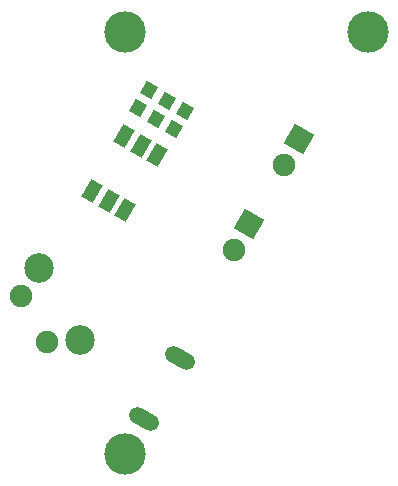
<source format=gbs>
G04*
G04 #@! TF.GenerationSoftware,Altium Limited,Altium Designer,20.2.8 (258)*
G04*
G04 Layer_Color=16711935*
%FSLAX25Y25*%
%MOIN*%
G70*
G04*
G04 #@! TF.SameCoordinates,CDCB3E45-2178-442F-9089-F16855EB5547*
G04*
G04*
G04 #@! TF.FilePolarity,Negative*
G04*
G01*
G75*
%ADD51C,0.07493*%
%ADD52C,0.09855*%
%ADD53C,0.13800*%
%ADD54P,0.10597X4X375.0*%
G04:AMPARAMS|DCode=55|XSize=106.42mil|YSize=55.24mil|CornerRadius=0mil|HoleSize=0mil|Usage=FLASHONLY|Rotation=150.000|XOffset=0mil|YOffset=0mil|HoleType=Round|Shape=Round|*
%AMOVALD55*
21,1,0.05118,0.05524,0.00000,0.00000,150.0*
1,1,0.05524,0.02216,-0.01280*
1,1,0.05524,-0.02216,0.01280*
%
%ADD55OVALD55*%

G04:AMPARAMS|DCode=66|XSize=46mil|YSize=43mil|CornerRadius=0mil|HoleSize=0mil|Usage=FLASHONLY|Rotation=240.000|XOffset=0mil|YOffset=0mil|HoleType=Round|Shape=Rectangle|*
%AMROTATEDRECTD66*
4,1,4,-0.00712,0.03067,0.03012,0.00917,0.00712,-0.03067,-0.03012,-0.00917,-0.00712,0.03067,0.0*
%
%ADD66ROTATEDRECTD66*%

G04:AMPARAMS|DCode=67|XSize=43.43mil|YSize=67.06mil|CornerRadius=0mil|HoleSize=0mil|Usage=FLASHONLY|Rotation=150.000|XOffset=0mil|YOffset=0mil|HoleType=Round|Shape=Rectangle|*
%AMROTATEDRECTD67*
4,1,4,0.03557,0.01818,0.00204,-0.03989,-0.03557,-0.01818,-0.00204,0.03989,0.03557,0.01818,0.0*
%
%ADD67ROTATEDRECTD67*%

D51*
X36500Y87840D02*
D03*
X-25833Y57368D02*
D03*
X-34691Y72711D02*
D03*
X53000Y116340D02*
D03*
D52*
X-14848Y58027D02*
D03*
X-28628Y81894D02*
D03*
D53*
X0Y160500D02*
D03*
Y20000D02*
D03*
X81200Y160500D02*
D03*
D54*
X41500Y96500D02*
D03*
X58000Y125000D02*
D03*
D55*
X18247Y52032D02*
D03*
X6435Y31574D02*
D03*
D66*
X4450Y135124D02*
D03*
X7900Y141100D02*
D03*
X10450Y131624D02*
D03*
X13900Y137600D02*
D03*
X16450Y128124D02*
D03*
X19900Y134100D02*
D03*
D67*
X5325Y122723D02*
D03*
X-131Y125873D02*
D03*
X10781Y119573D02*
D03*
X131Y101127D02*
D03*
X-10781Y107427D02*
D03*
X-5325Y104277D02*
D03*
M02*

</source>
